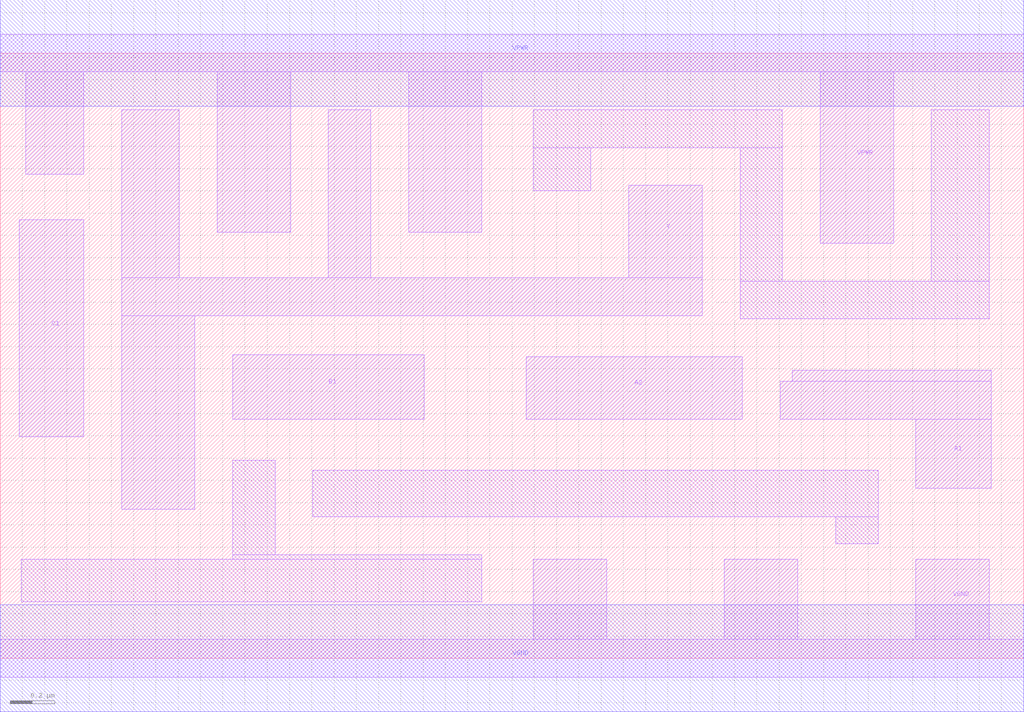
<source format=lef>
# Copyright 2020 The SkyWater PDK Authors
#
# Licensed under the Apache License, Version 2.0 (the "License");
# you may not use this file except in compliance with the License.
# You may obtain a copy of the License at
#
#     https://www.apache.org/licenses/LICENSE-2.0
#
# Unless required by applicable law or agreed to in writing, software
# distributed under the License is distributed on an "AS IS" BASIS,
# WITHOUT WARRANTIES OR CONDITIONS OF ANY KIND, either express or implied.
# See the License for the specific language governing permissions and
# limitations under the License.
#
# SPDX-License-Identifier: Apache-2.0

VERSION 5.5 ;
NAMESCASESENSITIVE ON ;
BUSBITCHARS "[]" ;
DIVIDERCHAR "/" ;
MACRO sky130_fd_sc_hd__o211ai_2
  CLASS CORE ;
  SOURCE USER ;
  ORIGIN  0.000000  0.000000 ;
  SIZE  4.600000 BY  2.720000 ;
  SYMMETRY X Y R90 ;
  SITE unithd ;
  PIN A1
    ANTENNAGATEAREA  0.495000 ;
    DIRECTION INPUT ;
    USE SIGNAL ;
    PORT
      LAYER li1 ;
        RECT 3.505000 1.075000 4.455000 1.245000 ;
        RECT 3.560000 1.245000 4.455000 1.295000 ;
        RECT 4.115000 0.765000 4.455000 1.075000 ;
    END
  END A1
  PIN A2
    ANTENNAGATEAREA  0.495000 ;
    DIRECTION INPUT ;
    USE SIGNAL ;
    PORT
      LAYER li1 ;
        RECT 2.365000 1.075000 3.335000 1.355000 ;
    END
  END A2
  PIN B1
    ANTENNAGATEAREA  0.495000 ;
    DIRECTION INPUT ;
    USE SIGNAL ;
    PORT
      LAYER li1 ;
        RECT 1.045000 1.075000 1.905000 1.365000 ;
    END
  END B1
  PIN C1
    ANTENNAGATEAREA  0.495000 ;
    DIRECTION INPUT ;
    USE SIGNAL ;
    PORT
      LAYER li1 ;
        RECT 0.085000 0.995000 0.375000 1.970000 ;
    END
  END C1
  PIN Y
    ANTENNADIFFAREA  1.022000 ;
    DIRECTION OUTPUT ;
    USE SIGNAL ;
    PORT
      LAYER li1 ;
        RECT 0.545000 0.670000 0.875000 1.540000 ;
        RECT 0.545000 1.540000 3.155000 1.710000 ;
        RECT 0.545000 1.710000 0.805000 2.465000 ;
        RECT 1.475000 1.710000 1.665000 2.465000 ;
        RECT 2.825000 1.710000 3.155000 2.125000 ;
    END
  END Y
  PIN VGND
    DIRECTION INOUT ;
    SHAPE ABUTMENT ;
    USE GROUND ;
    PORT
      LAYER li1 ;
        RECT 0.000000 -0.085000 4.600000 0.085000 ;
        RECT 2.395000  0.085000 2.725000 0.445000 ;
        RECT 3.255000  0.085000 3.585000 0.445000 ;
        RECT 4.115000  0.085000 4.445000 0.445000 ;
    END
    PORT
      LAYER met1 ;
        RECT 0.000000 -0.240000 4.600000 0.240000 ;
    END
  END VGND
  PIN VPWR
    DIRECTION INOUT ;
    SHAPE ABUTMENT ;
    USE POWER ;
    PORT
      LAYER li1 ;
        RECT 0.000000 2.635000 4.600000 2.805000 ;
        RECT 0.115000 2.175000 0.375000 2.635000 ;
        RECT 0.975000 1.915000 1.305000 2.635000 ;
        RECT 1.835000 1.915000 2.165000 2.635000 ;
        RECT 3.685000 1.865000 4.015000 2.635000 ;
    END
    PORT
      LAYER met1 ;
        RECT 0.000000 2.480000 4.600000 2.960000 ;
    END
  END VPWR
  OBS
    LAYER li1 ;
      RECT 0.095000 0.255000 2.165000 0.445000 ;
      RECT 1.045000 0.445000 2.165000 0.465000 ;
      RECT 1.045000 0.465000 1.235000 0.890000 ;
      RECT 1.405000 0.635000 3.945000 0.845000 ;
      RECT 2.395000 2.100000 2.655000 2.295000 ;
      RECT 2.395000 2.295000 3.515000 2.465000 ;
      RECT 3.325000 1.525000 4.445000 1.695000 ;
      RECT 3.325000 1.695000 3.515000 2.295000 ;
      RECT 3.755000 0.515000 3.945000 0.635000 ;
      RECT 4.185000 1.695000 4.445000 2.465000 ;
  END
END sky130_fd_sc_hd__o211ai_2
END LIBRARY

</source>
